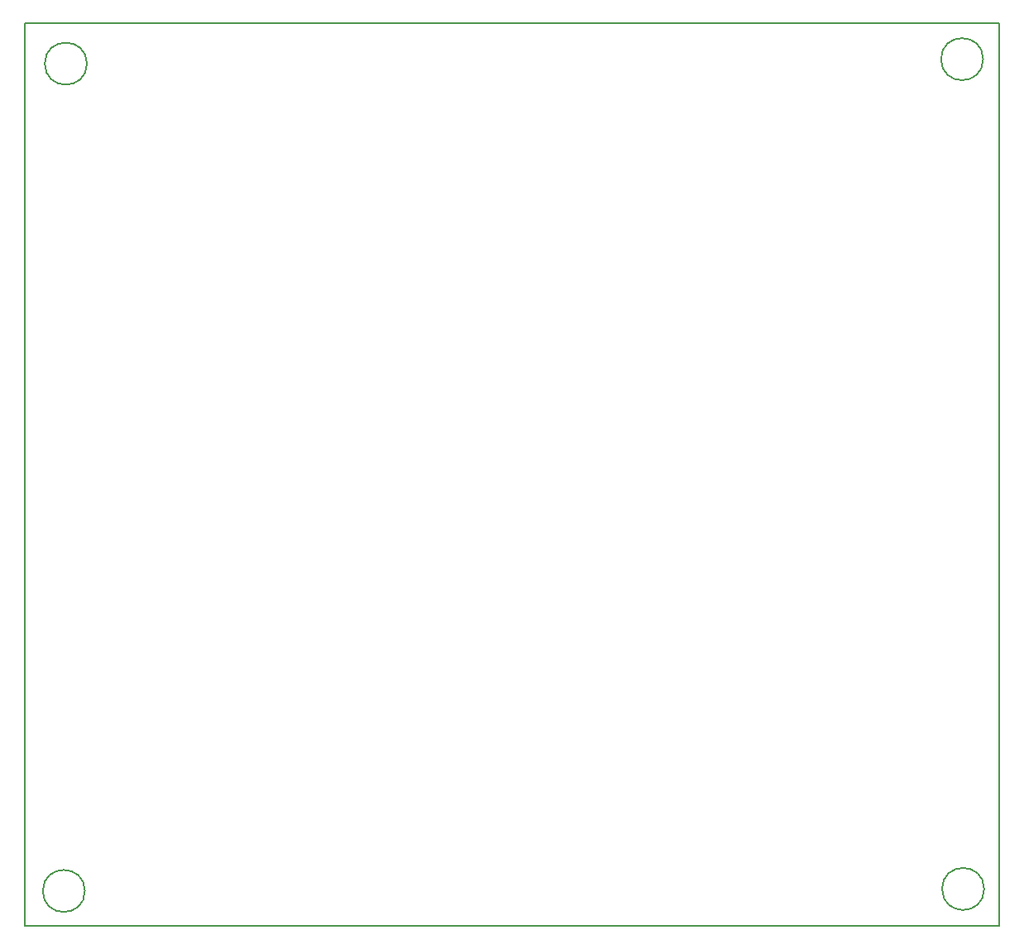
<source format=gbr>
%TF.GenerationSoftware,KiCad,Pcbnew,(6.0.2)*%
%TF.CreationDate,2022-04-25T16:03:40-04:00*%
%TF.ProjectId,MicroUK101,4d696372-6f55-44b3-9130-312e6b696361,rev?*%
%TF.SameCoordinates,Original*%
%TF.FileFunction,Profile,NP*%
%FSLAX46Y46*%
G04 Gerber Fmt 4.6, Leading zero omitted, Abs format (unit mm)*
G04 Created by KiCad (PCBNEW (6.0.2)) date 2022-04-25 16:03:40*
%MOMM*%
%LPD*%
G01*
G04 APERTURE LIST*
%TA.AperFunction,Profile*%
%ADD10C,0.150000*%
%TD*%
G04 APERTURE END LIST*
D10*
X39493261Y-41605200D02*
G75*
G03*
X39493261Y-41605200I-2155261J0D01*
G01*
X131339661Y-126136400D02*
G75*
G03*
X131339661Y-126136400I-2155261J0D01*
G01*
X39290061Y-126339600D02*
G75*
G03*
X39290061Y-126339600I-2155261J0D01*
G01*
X33172400Y-37439600D02*
X132842000Y-37439600D01*
X132842000Y-37439600D02*
X132842000Y-129895600D01*
X131238061Y-41148000D02*
G75*
G03*
X131238061Y-41148000I-2155261J0D01*
G01*
X33172400Y-129895600D02*
X33172400Y-37439600D01*
X132842000Y-129895600D02*
X33172400Y-129895600D01*
M02*

</source>
